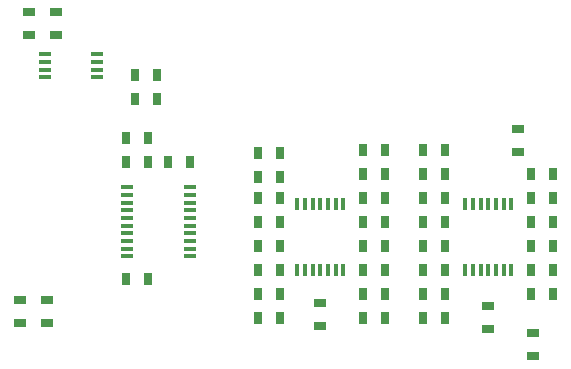
<source format=gtp>
G04 (created by PCBNEW (22-Jun-2014 BZR 4027)-stable) date mar 28 jui 2015 20:10:46 CEST*
%MOIN*%
G04 Gerber Fmt 3.4, Leading zero omitted, Abs format*
%FSLAX34Y34*%
G01*
G70*
G90*
G04 APERTURE LIST*
%ADD10C,0.00590551*%
%ADD11R,0.04X0.0128*%
%ADD12R,0.0136X0.044*%
%ADD13R,0.028X0.044*%
%ADD14R,0.044X0.028*%
G04 APERTURE END LIST*
G54D10*
G54D11*
X47150Y-33750D03*
X47150Y-34000D03*
X47150Y-34260D03*
X47150Y-34520D03*
X47150Y-34770D03*
X47150Y-35030D03*
X47150Y-35290D03*
X47150Y-35540D03*
X47150Y-35800D03*
X47150Y-36050D03*
X49250Y-36050D03*
X49250Y-35800D03*
X49250Y-35540D03*
X49250Y-35290D03*
X49250Y-35030D03*
X49250Y-34770D03*
X49250Y-34520D03*
X49250Y-34260D03*
X49250Y-34000D03*
X49250Y-33750D03*
G54D12*
X58440Y-36500D03*
X58690Y-36500D03*
X58950Y-36500D03*
X59200Y-36500D03*
X59460Y-36500D03*
X59715Y-36500D03*
X59970Y-36500D03*
X59970Y-34300D03*
X59715Y-34300D03*
X59460Y-34300D03*
X59200Y-34300D03*
X58945Y-34300D03*
X58690Y-34300D03*
X58435Y-34300D03*
X52840Y-36500D03*
X53090Y-36500D03*
X53350Y-36500D03*
X53600Y-36500D03*
X53860Y-36500D03*
X54115Y-36500D03*
X54370Y-36500D03*
X54370Y-34300D03*
X54115Y-34300D03*
X53860Y-34300D03*
X53600Y-34300D03*
X53345Y-34300D03*
X53090Y-34300D03*
X52835Y-34300D03*
G54D13*
X60625Y-36500D03*
X61375Y-36500D03*
X51525Y-32600D03*
X52275Y-32600D03*
X57775Y-36500D03*
X57025Y-36500D03*
X57775Y-37300D03*
X57025Y-37300D03*
X57025Y-35700D03*
X57775Y-35700D03*
X57025Y-38100D03*
X57775Y-38100D03*
X51525Y-34900D03*
X52275Y-34900D03*
X60625Y-37300D03*
X61375Y-37300D03*
X61375Y-35700D03*
X60625Y-35700D03*
G54D14*
X60700Y-39375D03*
X60700Y-38625D03*
G54D13*
X60625Y-34100D03*
X61375Y-34100D03*
X60625Y-33300D03*
X61375Y-33300D03*
X61375Y-34900D03*
X60625Y-34900D03*
G54D14*
X60200Y-31825D03*
X60200Y-32575D03*
G54D13*
X57775Y-34100D03*
X57025Y-34100D03*
X57775Y-33300D03*
X57025Y-33300D03*
X57025Y-34900D03*
X57775Y-34900D03*
X57025Y-32500D03*
X57775Y-32500D03*
X52275Y-33400D03*
X51525Y-33400D03*
X52275Y-36500D03*
X51525Y-36500D03*
X52275Y-37300D03*
X51525Y-37300D03*
X51525Y-35700D03*
X52275Y-35700D03*
X51525Y-38100D03*
X52275Y-38100D03*
X55025Y-36500D03*
X55775Y-36500D03*
X55025Y-37300D03*
X55775Y-37300D03*
X55775Y-35700D03*
X55025Y-35700D03*
X55775Y-38100D03*
X55025Y-38100D03*
X55025Y-34100D03*
X55775Y-34100D03*
X55025Y-33300D03*
X55775Y-33300D03*
X55775Y-34900D03*
X55025Y-34900D03*
X55775Y-32500D03*
X55025Y-32500D03*
X52275Y-34100D03*
X51525Y-34100D03*
G54D14*
X59200Y-37725D03*
X59200Y-38475D03*
X53600Y-37625D03*
X53600Y-38375D03*
G54D13*
X47125Y-36800D03*
X47875Y-36800D03*
X47125Y-32100D03*
X47875Y-32100D03*
X47125Y-32900D03*
X47875Y-32900D03*
X49275Y-32900D03*
X48525Y-32900D03*
G54D14*
X43900Y-28675D03*
X43900Y-27925D03*
X44800Y-28675D03*
X44800Y-27925D03*
G54D11*
X46175Y-30085D03*
X46175Y-29830D03*
X46175Y-29570D03*
X46175Y-29315D03*
X44425Y-29315D03*
X44425Y-29570D03*
X44425Y-29830D03*
X44425Y-30085D03*
G54D13*
X48175Y-30000D03*
X47425Y-30000D03*
X48175Y-30800D03*
X47425Y-30800D03*
G54D14*
X44500Y-38275D03*
X44500Y-37525D03*
X43600Y-38275D03*
X43600Y-37525D03*
M02*

</source>
